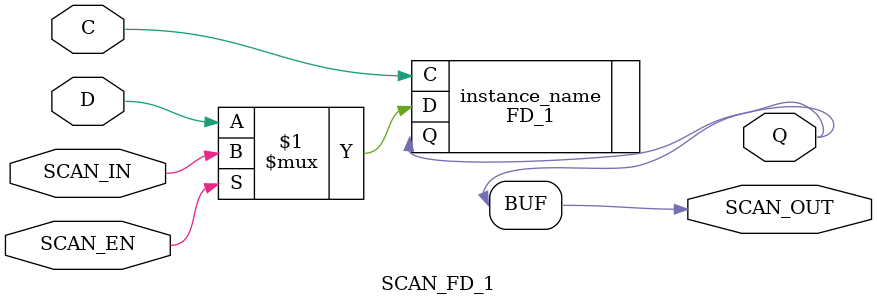
<source format=v>
module SCAN_FD (Q, C, D,SCAN_EN,SCAN_IN,SCAN_OUT);
input SCAN_EN;
input SCAN_IN;
output SCAN_OUT;
    output Q;
    input  C, D;



// Instantiate the module
FD instance_name (
    .Q(Q), 
    .C(C), 
    .D(SCAN_EN?SCAN_IN:D)    );



assign SCAN_OUT=Q;
endmodule
module SCAN_FDC (Q, C, CLR, D,SCAN_EN,SCAN_IN,SCAN_OUT);
input SCAN_EN;
input SCAN_IN;
output SCAN_OUT;
    output Q;
    input  C, CLR, D;



// Instantiate the module
FDC instance_name (
    .Q(Q), 
    .C(C), 
    .CLR(CLR), 
    .D(SCAN_EN?SCAN_IN:D)    );


assign SCAN_OUT=Q;
endmodule
module SCAN_FDCE (Q, C, CE, CLR, D,SCAN_EN,SCAN_IN,SCAN_OUT);
input SCAN_EN;
input SCAN_IN;
output SCAN_OUT;
    output Q;
    input  C, CE, CLR, D;



// Instantiate the module
FDCE instance_name (
    .Q(Q), 
    .C(C), 
    .CE(CE), 
    .CLR(CLR), 
    .D(SCAN_EN?SCAN_IN:D)    );


assign SCAN_OUT=Q;
endmodule
module SCAN_FDCE_1 (Q, C, CE, CLR, D,SCAN_EN,SCAN_IN,SCAN_OUT);
input SCAN_EN;
input SCAN_IN;
output SCAN_OUT;
    output Q;
    input  C, CE, CLR, D;



// Instantiate the module
FDCE_1 instance_name (
    .Q(Q), 
    .C(C), 
    .CE(CE), 
    .CLR(CLR), 
    .D(SCAN_EN?SCAN_IN:D)    );


assign SCAN_OUT=Q;
endmodule
module SCAN_FDCP (Q, C, CLR, D, PRE,SCAN_EN,SCAN_IN,SCAN_OUT);
input SCAN_EN;
input SCAN_IN;
output SCAN_OUT;
    output Q;
    input  C, CLR, D, PRE;



// Instantiate the module
FDCP instance_name (
    .Q(Q), 
    .C(C), 
    .CLR(CLR), 
    .D(SCAN_EN?SCAN_IN:D),    .PRE(PRE)
    );


assign SCAN_OUT=Q;
endmodule
module SCAN_FDCPE (Q, C, CE, CLR, D, PRE,SCAN_EN,SCAN_IN,SCAN_OUT);
input SCAN_EN;
input SCAN_IN;
output SCAN_OUT;
    output Q;
    input  C, CE, CLR, D, PRE;



// Instantiate the module
FDCPE instance_name (
    .Q(Q), 
    .C(C), 
    .CE(CE), 
    .CLR(CLR), 
    .D(SCAN_EN?SCAN_IN:D),    .PRE(PRE)
    );


assign SCAN_OUT=Q;
endmodule
module SCAN_FDCPE_1 (Q, C, CE, CLR, D, PRE,SCAN_EN,SCAN_IN,SCAN_OUT);
input SCAN_EN;
input SCAN_IN;
output SCAN_OUT;
    output Q;
    input  C, CE, CLR, D, PRE;



// Instantiate the module
FDCPE_1 instance_name (
    .Q(Q), 
    .C(C), 
    .CE(CE), 
    .CLR(CLR), 
    .D(SCAN_EN?SCAN_IN:D),    .PRE(PRE)
    );


assign SCAN_OUT=Q;
endmodule
module SCAN_FDCP_1 (Q, C, CLR, D, PRE,SCAN_EN,SCAN_IN,SCAN_OUT);
input SCAN_EN;
input SCAN_IN;
output SCAN_OUT;
    output Q;
    input  C, CLR, D, PRE;



// Instantiate the module
FDCP_1 instance_name (
    .Q(Q), 
    .C(C), 
    .CLR(CLR), 
    .D(SCAN_EN?SCAN_IN:D),    .PRE(PRE)
    );


assign SCAN_OUT=Q;
endmodule
module SCAN_FDC_1 (Q, C, CLR, D,SCAN_EN,SCAN_IN,SCAN_OUT);
input SCAN_EN;
input SCAN_IN;
output SCAN_OUT;
    output Q;
    input  C, CLR, D;



// Instantiate the module
FDC_1 instance_name (
    .Q(Q), 
    .C(C), 
    .CLR(CLR), 
    .D(SCAN_EN?SCAN_IN:D)    );


assign SCAN_OUT=Q;
endmodule
module SCAN_FDDRCPE (Q, C0, C1, CE, CLR, D0, D1, PRE,SCAN_EN,SCAN_IN,SCAN_OUT);
input SCAN_EN;
input SCAN_IN;
output SCAN_OUT;
    output Q;
    input  C0, C1, CE, CLR, D0, D1, PRE;



// Instantiate the module
FDDRCPE instance_name (
    .Q(Q), 
    .C0(C0), 
    .C1(C1), 
    .CE(CE), 
    .CLR(CLR), 
    .D0(D0), 
    .D1(D1), 
    .PRE(PRE)
    );


assign SCAN_OUT=Q;
endmodule
module SCAN_FDDRRSE (Q, C0, C1, CE, D0, D1, R, S,SCAN_EN,SCAN_IN,SCAN_OUT);
input SCAN_EN;
input SCAN_IN;
output SCAN_OUT;
    output Q;
    input  C0, C1, CE, D0, D1, R, S;



// Instantiate the module
FDDRRSE instance_name (
    .Q(Q), 
    .C0(C0), 
    .C1(C1), 
    .CE(CE), 
    .D0(D0), 
    .D1(D1), 
    .R(R), 
    .S(S)
    );


assign SCAN_OUT=Q;
endmodule
module SCAN_FDE (Q, C, CE, D,SCAN_EN,SCAN_IN,SCAN_OUT);
input SCAN_EN;
input SCAN_IN;
output SCAN_OUT;
    output Q;
    input  C, CE, D;



// Instantiate the module
FDE instance_name (
    .Q(Q), 
    .C(C), 
    .CE(CE), 
    .D(SCAN_EN?SCAN_IN:D)    );


assign SCAN_OUT=Q;
endmodule
module SCAN_FDE_1 (Q, C, CE, D,SCAN_EN,SCAN_IN,SCAN_OUT);
input SCAN_EN;
input SCAN_IN;
output SCAN_OUT;
    output Q;
    input  C, CE, D;



// Instantiate the module
FDE_1 instance_name (
    .Q(Q), 
    .C(C), 
    .CE(CE), 
    .D(SCAN_EN?SCAN_IN:D)    );


assign SCAN_OUT=Q;
endmodule
module SCAN_FDP (Q, C, D, PRE,SCAN_EN,SCAN_IN,SCAN_OUT);
input SCAN_EN;
input SCAN_IN;
output SCAN_OUT;
    output Q;
    input  C, D, PRE;



// Instantiate the module
FDP instance_name (
    .Q(Q), 
    .C(C), 
    .D(SCAN_EN?SCAN_IN:D),    .PRE(PRE)
    );


assign SCAN_OUT=Q;
endmodule
module SCAN_FDPE (Q, C, CE, D, PRE,SCAN_EN,SCAN_IN,SCAN_OUT);
input SCAN_EN;
input SCAN_IN;
output SCAN_OUT;
    output Q;
    input  C, CE, D, PRE;



// Instantiate the module
FDPE instance_name (
    .Q(Q), 
    .C(C), 
    .CE(CE), 
    .D(SCAN_EN?SCAN_IN:D),    .PRE(PRE)
    );


assign SCAN_OUT=Q;
endmodule
module SCAN_FDPE_1 (Q, C, CE, D, PRE,SCAN_EN,SCAN_IN,SCAN_OUT);
input SCAN_EN;
input SCAN_IN;
output SCAN_OUT;
    output Q;
    input  C, CE, D, PRE;



// Instantiate the module
FDPE_1 instance_name (
    .Q(Q), 
    .C(C), 
    .CE(CE), 
    .D(SCAN_EN?SCAN_IN:D),    .PRE(PRE)
    );


assign SCAN_OUT=Q;
endmodule
module SCAN_FDP_1 (Q, C, D, PRE,SCAN_EN,SCAN_IN,SCAN_OUT);
input SCAN_EN;
input SCAN_IN;
output SCAN_OUT;
    output Q;
    input  C, D, PRE;



// Instantiate the module
FDP_1 instance_name (
    .Q(Q), 
    .C(C), 
    .D(SCAN_EN?SCAN_IN:D),    .PRE(PRE)
    );


assign SCAN_OUT=Q;
endmodule
module SCAN_FDR (Q, C, D, R,SCAN_EN,SCAN_IN,SCAN_OUT);
input SCAN_EN;
input SCAN_IN;
output SCAN_OUT;
    output Q;
    input  C, D, R;



// Instantiate the module
FDR instance_name (
    .Q(Q), 
    .C(C), 
    .D(SCAN_EN?SCAN_IN:D),    .R(R)
    );


assign SCAN_OUT=Q;
endmodule
module SCAN_FDRE (Q, C, CE, D, R,SCAN_EN,SCAN_IN,SCAN_OUT);
input SCAN_EN;
input SCAN_IN;
output SCAN_OUT;
    output Q;
    input  C, CE, D, R;



// Instantiate the module
FDRE instance_name (
    .Q(Q), 
    .C(C), 
    .CE(CE), 
    .D(SCAN_EN?SCAN_IN:D),    .R(R)
    );


assign SCAN_OUT=Q;
endmodule
module SCAN_FDRE_1 (Q, C, CE, D, R,SCAN_EN,SCAN_IN,SCAN_OUT);
input SCAN_EN;
input SCAN_IN;
output SCAN_OUT;
    output Q;
    input  C, CE, D, R;



// Instantiate the module
FDRE_1 instance_name (
    .Q(Q), 
    .C(C), 
    .CE(CE), 
    .D(SCAN_EN?SCAN_IN:D),    .R(R)
    );


assign SCAN_OUT=Q;
endmodule
module SCAN_FDRS (Q, C, D, R, S,SCAN_EN,SCAN_IN,SCAN_OUT);
input SCAN_EN;
input SCAN_IN;
output SCAN_OUT;
    output Q;
    input  C, D, R, S;



// Instantiate the module
FDRS instance_name (
    .Q(Q), 
    .C(C), 
    .D(SCAN_EN?SCAN_IN:D),    .R(R), 
    .S(S)
    );


assign SCAN_OUT=Q;
endmodule
module SCAN_FDRSE (Q, C, CE, D, R, S,SCAN_EN,SCAN_IN,SCAN_OUT);
input SCAN_EN;
input SCAN_IN;
output SCAN_OUT;
    output Q;
    input  C, CE, D, R, S;



// Instantiate the module
FDRSE instance_name (
    .Q(Q), 
    .C(C), 
    .CE(CE), 
    .D(SCAN_EN?SCAN_IN:D),    .R(R), 
    .S(S)
    );


assign SCAN_OUT=Q;
endmodule
module SCAN_FDRSE_1 (Q, C, CE, D, R, S,SCAN_EN,SCAN_IN,SCAN_OUT);
input SCAN_EN;
input SCAN_IN;
output SCAN_OUT;
    output Q;
    input  C, CE, D, R, S;



// Instantiate the module
FDRSE_1 instance_name (
    .Q(Q), 
    .C(C), 
    .CE(CE), 
    .D(SCAN_EN?SCAN_IN:D),    .R(R), 
    .S(S)
    );


assign SCAN_OUT=Q;
endmodule
module SCAN_FDRS_1 (Q, C, D, R, S,SCAN_EN,SCAN_IN,SCAN_OUT);
input SCAN_EN;
input SCAN_IN;
output SCAN_OUT;
    output Q;
    input  C, D, R, S;



// Instantiate the module
FDRS_1 instance_name (
    .Q(Q), 
    .C(C), 
    .D(SCAN_EN?SCAN_IN:D),    .R(R), 
    .S(S)
    );


assign SCAN_OUT=Q;
endmodule
module SCAN_FDR_1 (Q, C, D, R,SCAN_EN,SCAN_IN,SCAN_OUT);
input SCAN_EN;
input SCAN_IN;
output SCAN_OUT;
    output Q;
    input  C, D, R;



// Instantiate the module
FDR_1 instance_name (
    .Q(Q), 
    .C(C), 
    .D(SCAN_EN?SCAN_IN:D),    .R(R)
    );


assign SCAN_OUT=Q;
endmodule
module SCAN_FDS (Q, C, D, S,SCAN_EN,SCAN_IN,SCAN_OUT);
input SCAN_EN;
input SCAN_IN;
output SCAN_OUT;
    output Q;
    input  C, D, S;



// Instantiate the module
FDS instance_name (
    .Q(Q), 
    .C(C), 
    .D(SCAN_EN?SCAN_IN:D),    .S(S)
    );


assign SCAN_OUT=Q;
endmodule
module SCAN_FDSE (Q, C, CE, D, S,SCAN_EN,SCAN_IN,SCAN_OUT);
input SCAN_EN;
input SCAN_IN;
output SCAN_OUT;
    output Q;
    input  C, CE, D, S;



// Instantiate the module
FDSE instance_name (
    .Q(Q), 
    .C(C), 
    .CE(CE), 
    .D(SCAN_EN?SCAN_IN:D),    .S(S)
    );


assign SCAN_OUT=Q;
endmodule
module SCAN_FDSE_1 (Q, C, CE, D, S,SCAN_EN,SCAN_IN,SCAN_OUT);
input SCAN_EN;
input SCAN_IN;
output SCAN_OUT;
    output Q;
    input  C, CE, D, S;



// Instantiate the module
FDSE_1 instance_name (
    .Q(Q), 
    .C(C), 
    .CE(CE), 
    .D(SCAN_EN?SCAN_IN:D),    .S(S)
    );


assign SCAN_OUT=Q;
endmodule
module SCAN_FDS_1 (Q, C, D, S,SCAN_EN,SCAN_IN,SCAN_OUT);
input SCAN_EN;
input SCAN_IN;
output SCAN_OUT;
    output Q;
    input  C, D, S;



// Instantiate the module
FDS_1 instance_name (
    .Q(Q), 
    .C(C), 
    .D(SCAN_EN?SCAN_IN:D),    .S(S)
    );


assign SCAN_OUT=Q;
endmodule
module SCAN_FD_1 (Q, C, D,SCAN_EN,SCAN_IN,SCAN_OUT);
input SCAN_EN;
input SCAN_IN;
output SCAN_OUT;
    output Q;
    input  C, D;



// Instantiate the module
FD_1 instance_name (
    .Q(Q), 
    .C(C), 
    .D(SCAN_EN?SCAN_IN:D)    );


assign SCAN_OUT=Q;
endmodule

</source>
